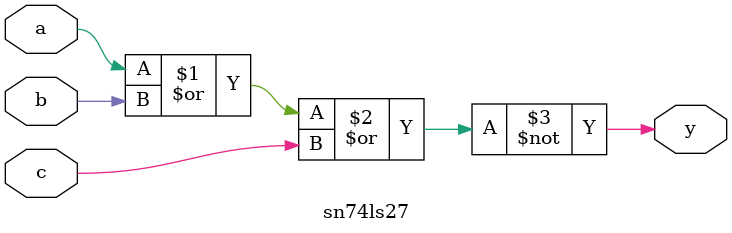
<source format=v>
module sn74ls27(y, a, b, c);
input a, b, c;
output y;
parameter
	// TI TTL data book Vol 1, 1985
	tPLH_min=0, tPLH_typ=10, tPLH_max=15,
	tPHL_min=0, tPHL_typ=10, tPHL_max=15;

	nor #(tPLH_min : tPLH_typ : tPLH_max,
	  tPHL_min : tPHL_typ : tPHL_max)
	(y, a, b, c);

endmodule

</source>
